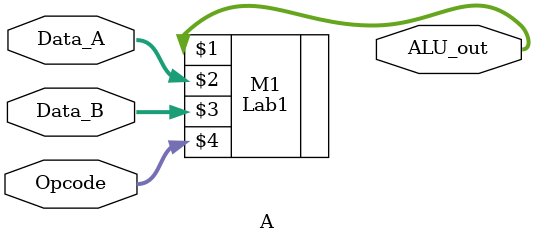
<source format=v>
module A(output [7:0] ALU_out, input [7:0] Data_A, Data_B, input [2:0] Opcode);
	
	Lab1 M1 (ALU_out, Data_A, Data_B, Opcode);
endmodule
</source>
